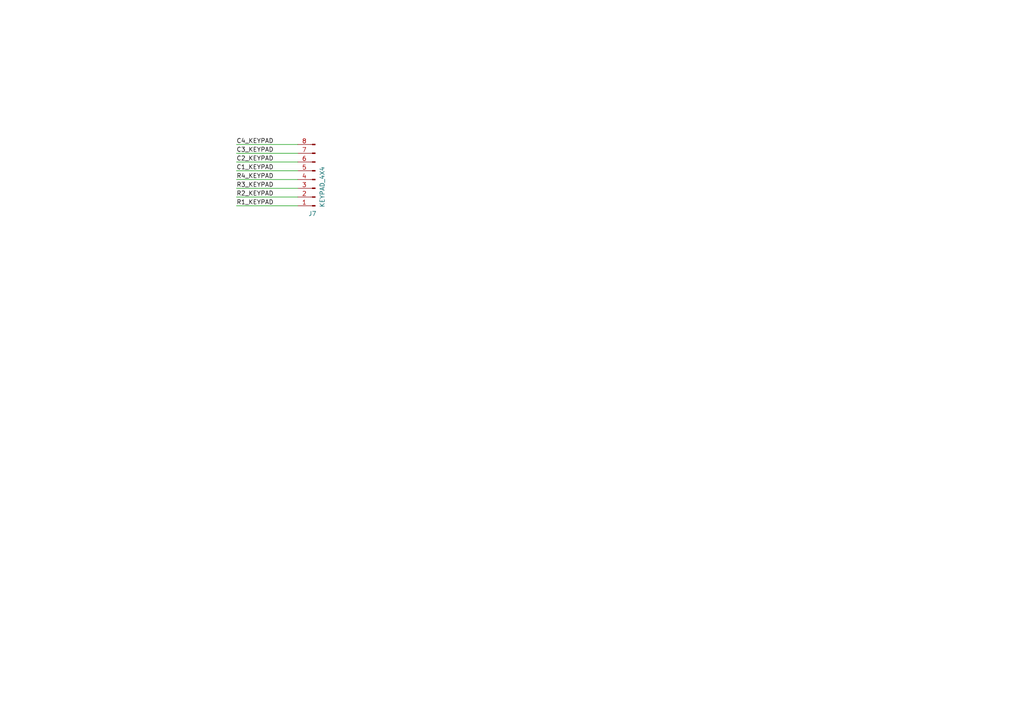
<source format=kicad_sch>
(kicad_sch (version 20231120) (generator "eeschema") (generator_version "8.0")
  (paper "A4")
  (lib_symbols
    (symbol "Connector:Conn_01x08_Pin" (pin_names (offset 1.016) hide)
      (property "Reference" "J" (at 0 10.16 0))
      (property "Value" "Conn_01x08_Pin" (at 0 -12.7 0))
      (symbol "Conn_01x08_Pin_1_1"
        (polyline (pts (xy 1.27 -10.16) (xy 0.8636 -10.16)) (stroke (width 0.1524)))
        (polyline (pts (xy 1.27 -7.62) (xy 0.8636 -7.62)) (stroke (width 0.1524)))
        (polyline (pts (xy 1.27 -5.08) (xy 0.8636 -5.08)) (stroke (width 0.1524)))
        (polyline (pts (xy 1.27 -2.54) (xy 0.8636 -2.54)) (stroke (width 0.1524)))
        (polyline (pts (xy 1.27 0) (xy 0.8636 0)) (stroke (width 0.1524)))
        (polyline (pts (xy 1.27 2.54) (xy 0.8636 2.54)) (stroke (width 0.1524)))
        (polyline (pts (xy 1.27 5.08) (xy 0.8636 5.08)) (stroke (width 0.1524)))
        (polyline (pts (xy 1.27 7.62) (xy 0.8636 7.62)) (stroke (width 0.1524)))
        (rectangle (start 0.8636 -10.033) (end 0 -10.287) (stroke (width 0.1524)) (fill (type outline)))
        (rectangle (start 0.8636 -7.493) (end 0 -7.747) (stroke (width 0.1524)) (fill (type outline)))
        (rectangle (start 0.8636 -4.953) (end 0 -5.207) (stroke (width 0.1524)) (fill (type outline)))
        (rectangle (start 0.8636 -2.413) (end 0 -2.667) (stroke (width 0.1524)) (fill (type outline)))
        (rectangle (start 0.8636 0.127) (end 0 -0.127) (stroke (width 0.1524)) (fill (type outline)))
        (rectangle (start 0.8636 2.667) (end 0 2.413) (stroke (width 0.1524)) (fill (type outline)))
        (rectangle (start 0.8636 5.207) (end 0 4.953) (stroke (width 0.1524)) (fill (type outline)))
        (rectangle (start 0.8636 7.747) (end 0 7.493) (stroke (width 0.1524)) (fill (type outline)))
        (pin passive line (at 5.08 7.62 180) (length 3.81) (name "Pin_1") (number "1"))
        (pin passive line (at 5.08 5.08 180) (length 3.81) (name "Pin_2") (number "2"))
        (pin passive line (at 5.08 2.54 180) (length 3.81) (name "Pin_3") (number "3"))
        (pin passive line (at 5.08 0 180) (length 3.81) (name "Pin_4") (number "4"))
        (pin passive line (at 5.08 -2.54 180) (length 3.81) (name "Pin_5") (number "5"))
        (pin passive line (at 5.08 -5.08 180) (length 3.81) (name "Pin_6") (number "6"))
        (pin passive line (at 5.08 -7.62 180) (length 3.81) (name "Pin_7") (number "7"))
        (pin passive line (at 5.08 -10.16 180) (length 3.81) (name "Pin_8") (number "8"))
      )
    )
  )
  (wire (pts (xy 68.58 46.99) (xy 86.36 46.99)))
  (wire (pts (xy 68.58 41.91) (xy 86.36 41.91)))
  (wire (pts (xy 68.58 57.15) (xy 86.36 57.15)))
  (wire (pts (xy 68.58 44.45) (xy 86.36 44.45)))
  (wire (pts (xy 68.58 52.07) (xy 86.36 52.07)))
  (wire (pts (xy 68.58 54.61) (xy 86.36 54.61)))
  (wire (pts (xy 68.58 49.53) (xy 86.36 49.53)))
  (wire (pts (xy 68.58 59.69) (xy 86.36 59.69)))
  (label "R2_KEYPAD" (at 68.58 57.15 0))
  (label "R3_KEYPAD" (at 68.58 54.61 0))
  (label "R1_KEYPAD" (at 68.58 59.69 0))
  (label "C1_KEYPAD" (at 68.58 49.53 0))
  (label "C4_KEYPAD" (at 68.58 41.91 0))
  (label "C3_KEYPAD" (at 68.58 44.45 0))
  (label "C2_KEYPAD" (at 68.58 46.99 0))
  (label "R4_KEYPAD" (at 68.58 52.07 0))
  (symbol (lib_id "Connector:Conn_01x08_Pin") (at 91.44 52.07 180) (unit 1)
    (property "Reference" "J7" (at 89.408 61.976 0) (effects (justify right)))
    (property "Value" "KEYPAD_4X4" (at 93.472 60.198 90) (effects (justify right)))
    (property "Description" "Generic connector, single row, 01x08, script generated" (effects (hide yes)))
  )
)
</source>
